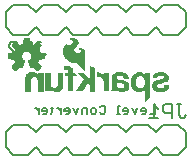
<source format=gbr>
G04 EAGLE Gerber RS-274X export*
G75*
%MOMM*%
%FSLAX34Y34*%
%LPD*%
%INSilkscreen Bottom*%
%IPPOS*%
%AMOC8*
5,1,8,0,0,1.08239X$1,22.5*%
G01*
%ADD10C,0.127000*%
%ADD11C,0.203200*%
%ADD12C,0.025400*%

G36*
X27100Y71266D02*
X27100Y71266D01*
X27208Y71276D01*
X27221Y71282D01*
X27235Y71284D01*
X27332Y71332D01*
X27431Y71377D01*
X27444Y71388D01*
X27453Y71392D01*
X27468Y71408D01*
X27545Y71470D01*
X30130Y74055D01*
X30193Y74144D01*
X30259Y74229D01*
X30264Y74242D01*
X30272Y74254D01*
X30303Y74357D01*
X30339Y74460D01*
X30339Y74474D01*
X30343Y74487D01*
X30339Y74595D01*
X30340Y74704D01*
X30335Y74717D01*
X30335Y74731D01*
X30297Y74833D01*
X30262Y74935D01*
X30253Y74950D01*
X30249Y74959D01*
X30235Y74976D01*
X30181Y75058D01*
X27417Y78448D01*
X27974Y79530D01*
X27980Y79550D01*
X28022Y79645D01*
X28393Y80804D01*
X32744Y81247D01*
X32848Y81275D01*
X32954Y81300D01*
X32966Y81307D01*
X32979Y81310D01*
X33069Y81371D01*
X33162Y81428D01*
X33170Y81439D01*
X33182Y81447D01*
X33248Y81533D01*
X33317Y81617D01*
X33321Y81630D01*
X33330Y81641D01*
X33364Y81744D01*
X33403Y81845D01*
X33404Y81863D01*
X33408Y81872D01*
X33408Y81894D01*
X33417Y81992D01*
X33417Y85648D01*
X33400Y85755D01*
X33386Y85863D01*
X33380Y85875D01*
X33378Y85889D01*
X33326Y85985D01*
X33279Y86082D01*
X33269Y86092D01*
X33263Y86104D01*
X33183Y86178D01*
X33107Y86255D01*
X33095Y86261D01*
X33085Y86271D01*
X32986Y86316D01*
X32889Y86364D01*
X32871Y86368D01*
X32862Y86372D01*
X32841Y86374D01*
X32744Y86393D01*
X28393Y86836D01*
X28022Y87995D01*
X28013Y88013D01*
X28011Y88020D01*
X28007Y88027D01*
X27974Y88110D01*
X27417Y89192D01*
X30181Y92582D01*
X30235Y92676D01*
X30292Y92768D01*
X30295Y92781D01*
X30302Y92793D01*
X30323Y92900D01*
X30348Y93005D01*
X30346Y93019D01*
X30349Y93033D01*
X30334Y93140D01*
X30324Y93248D01*
X30318Y93261D01*
X30316Y93275D01*
X30268Y93372D01*
X30223Y93471D01*
X30212Y93484D01*
X30208Y93493D01*
X30192Y93508D01*
X30130Y93585D01*
X27545Y96170D01*
X27456Y96233D01*
X27371Y96299D01*
X27358Y96304D01*
X27346Y96312D01*
X27243Y96343D01*
X27140Y96379D01*
X27126Y96379D01*
X27113Y96383D01*
X27005Y96379D01*
X26896Y96380D01*
X26883Y96375D01*
X26869Y96375D01*
X26767Y96337D01*
X26665Y96302D01*
X26650Y96293D01*
X26641Y96289D01*
X26624Y96275D01*
X26542Y96221D01*
X23152Y93457D01*
X22070Y94014D01*
X22050Y94020D01*
X21955Y94062D01*
X20796Y94433D01*
X20353Y98784D01*
X20325Y98888D01*
X20300Y98994D01*
X20293Y99006D01*
X20290Y99019D01*
X20229Y99109D01*
X20172Y99202D01*
X20161Y99210D01*
X20153Y99222D01*
X20067Y99288D01*
X19983Y99357D01*
X19970Y99361D01*
X19959Y99370D01*
X19856Y99404D01*
X19755Y99443D01*
X19737Y99444D01*
X19728Y99448D01*
X19706Y99448D01*
X19608Y99457D01*
X15952Y99457D01*
X15845Y99440D01*
X15737Y99426D01*
X15725Y99420D01*
X15711Y99418D01*
X15615Y99366D01*
X15518Y99319D01*
X15508Y99309D01*
X15496Y99303D01*
X15422Y99223D01*
X15345Y99147D01*
X15339Y99135D01*
X15329Y99125D01*
X15284Y99026D01*
X15236Y98929D01*
X15232Y98911D01*
X15228Y98902D01*
X15226Y98881D01*
X15207Y98784D01*
X14764Y94433D01*
X13605Y94062D01*
X13587Y94052D01*
X13490Y94014D01*
X12408Y93457D01*
X9018Y96221D01*
X8924Y96275D01*
X8832Y96332D01*
X8819Y96335D01*
X8807Y96342D01*
X8700Y96363D01*
X8595Y96388D01*
X8581Y96386D01*
X8567Y96389D01*
X8460Y96374D01*
X8352Y96364D01*
X8339Y96358D01*
X8326Y96356D01*
X8228Y96308D01*
X8129Y96263D01*
X8116Y96252D01*
X8107Y96248D01*
X8092Y96232D01*
X8015Y96170D01*
X5430Y93585D01*
X5367Y93496D01*
X5301Y93411D01*
X5296Y93398D01*
X5288Y93386D01*
X5257Y93283D01*
X5221Y93180D01*
X5221Y93166D01*
X5217Y93153D01*
X5221Y93045D01*
X5220Y92936D01*
X5225Y92923D01*
X5225Y92909D01*
X5263Y92807D01*
X5298Y92705D01*
X5307Y92690D01*
X5311Y92681D01*
X5325Y92664D01*
X5379Y92582D01*
X8143Y89192D01*
X7586Y88110D01*
X7580Y88090D01*
X7538Y87995D01*
X7167Y86836D01*
X2816Y86393D01*
X2712Y86365D01*
X2606Y86340D01*
X2594Y86333D01*
X2581Y86330D01*
X2491Y86269D01*
X2398Y86212D01*
X2390Y86201D01*
X2378Y86193D01*
X2312Y86107D01*
X2244Y86023D01*
X2239Y86010D01*
X2230Y85999D01*
X2196Y85896D01*
X2157Y85795D01*
X2156Y85777D01*
X2152Y85768D01*
X2153Y85746D01*
X2143Y85648D01*
X2143Y81992D01*
X2160Y81885D01*
X2174Y81777D01*
X2180Y81765D01*
X2182Y81751D01*
X2234Y81655D01*
X2281Y81558D01*
X2291Y81548D01*
X2297Y81536D01*
X2377Y81462D01*
X2453Y81385D01*
X2465Y81379D01*
X2476Y81369D01*
X2574Y81324D01*
X2671Y81276D01*
X2689Y81272D01*
X2698Y81268D01*
X2719Y81266D01*
X2816Y81247D01*
X7167Y80804D01*
X7538Y79645D01*
X7548Y79627D01*
X7586Y79530D01*
X8143Y78448D01*
X5379Y75058D01*
X5325Y74964D01*
X5268Y74872D01*
X5265Y74859D01*
X5258Y74847D01*
X5237Y74740D01*
X5212Y74635D01*
X5214Y74621D01*
X5211Y74607D01*
X5226Y74500D01*
X5236Y74392D01*
X5242Y74379D01*
X5244Y74366D01*
X5292Y74268D01*
X5337Y74169D01*
X5348Y74156D01*
X5352Y74147D01*
X5368Y74132D01*
X5430Y74055D01*
X8015Y71470D01*
X8104Y71407D01*
X8189Y71341D01*
X8202Y71336D01*
X8214Y71328D01*
X8317Y71297D01*
X8420Y71261D01*
X8434Y71261D01*
X8447Y71257D01*
X8555Y71261D01*
X8664Y71260D01*
X8677Y71265D01*
X8691Y71265D01*
X8793Y71303D01*
X8895Y71338D01*
X8910Y71347D01*
X8919Y71351D01*
X8936Y71365D01*
X9018Y71419D01*
X12408Y74183D01*
X13490Y73626D01*
X13543Y73609D01*
X13592Y73583D01*
X13658Y73572D01*
X13722Y73551D01*
X13778Y73552D01*
X13832Y73543D01*
X13899Y73554D01*
X13966Y73555D01*
X14018Y73573D01*
X14073Y73582D01*
X14133Y73614D01*
X14196Y73637D01*
X14239Y73671D01*
X14289Y73697D01*
X14335Y73746D01*
X14387Y73788D01*
X14418Y73835D01*
X14456Y73875D01*
X14512Y73980D01*
X14520Y73993D01*
X14521Y73998D01*
X14525Y74005D01*
X16678Y79202D01*
X16698Y79285D01*
X16703Y79298D01*
X16705Y79314D01*
X16730Y79399D01*
X16729Y79420D01*
X16734Y79440D01*
X16726Y79522D01*
X16727Y79541D01*
X16723Y79561D01*
X16719Y79642D01*
X16712Y79662D01*
X16710Y79683D01*
X16678Y79752D01*
X16672Y79779D01*
X16657Y79803D01*
X16631Y79870D01*
X16618Y79886D01*
X16609Y79905D01*
X16564Y79954D01*
X16544Y79986D01*
X16513Y80011D01*
X16475Y80057D01*
X16452Y80073D01*
X16442Y80083D01*
X16421Y80095D01*
X16356Y80140D01*
X16355Y80141D01*
X16354Y80142D01*
X15455Y80648D01*
X14768Y81292D01*
X14253Y82080D01*
X13941Y82968D01*
X13849Y83905D01*
X13982Y84837D01*
X14333Y85711D01*
X14882Y86476D01*
X15596Y87089D01*
X16436Y87514D01*
X17353Y87728D01*
X18294Y87718D01*
X19206Y87484D01*
X20036Y87041D01*
X20737Y86412D01*
X21269Y85635D01*
X21600Y84754D01*
X21713Y83819D01*
X21605Y82902D01*
X21285Y82034D01*
X20771Y81265D01*
X20092Y80638D01*
X19208Y80143D01*
X19166Y80110D01*
X19124Y80087D01*
X19093Y80054D01*
X19045Y80019D01*
X19033Y80003D01*
X19017Y79990D01*
X18982Y79935D01*
X18957Y79909D01*
X18944Y79879D01*
X18902Y79821D01*
X18896Y79802D01*
X18886Y79785D01*
X18867Y79710D01*
X18857Y79687D01*
X18854Y79663D01*
X18831Y79588D01*
X18832Y79568D01*
X18827Y79548D01*
X18834Y79462D01*
X18833Y79444D01*
X18836Y79428D01*
X18839Y79344D01*
X18847Y79319D01*
X18848Y79305D01*
X18858Y79283D01*
X18882Y79202D01*
X19811Y76959D01*
X19811Y76958D01*
X20742Y74711D01*
X20743Y74711D01*
X21035Y74005D01*
X21064Y73958D01*
X21085Y73906D01*
X21128Y73855D01*
X21164Y73798D01*
X21207Y73763D01*
X21243Y73720D01*
X21300Y73686D01*
X21352Y73643D01*
X21404Y73624D01*
X21452Y73595D01*
X21518Y73581D01*
X21581Y73557D01*
X21636Y73555D01*
X21690Y73544D01*
X21757Y73551D01*
X21824Y73549D01*
X21878Y73565D01*
X21933Y73572D01*
X22044Y73616D01*
X22058Y73620D01*
X22062Y73623D01*
X22070Y73626D01*
X23152Y74183D01*
X26542Y71419D01*
X26636Y71365D01*
X26728Y71308D01*
X26741Y71305D01*
X26753Y71298D01*
X26860Y71277D01*
X26965Y71252D01*
X26979Y71254D01*
X26993Y71251D01*
X27100Y71266D01*
G37*
G36*
X67354Y71038D02*
X67354Y71038D01*
X67396Y71053D01*
X67398Y71058D01*
X67402Y71060D01*
X67431Y71133D01*
X67435Y71144D01*
X67435Y71145D01*
X67435Y86309D01*
X67433Y86314D01*
X67435Y86320D01*
X67365Y87151D01*
X67359Y87162D01*
X67360Y87177D01*
X67120Y87976D01*
X67112Y87986D01*
X67110Y88000D01*
X66709Y88732D01*
X66699Y88740D01*
X66694Y88753D01*
X66224Y89303D01*
X66213Y89308D01*
X66206Y89320D01*
X65636Y89765D01*
X65624Y89768D01*
X65614Y89778D01*
X64966Y90099D01*
X64954Y90100D01*
X64942Y90108D01*
X64243Y90292D01*
X64232Y90291D01*
X64221Y90296D01*
X63281Y90369D01*
X63272Y90366D01*
X63261Y90369D01*
X62321Y90296D01*
X62317Y90294D01*
X62311Y90295D01*
X61828Y90219D01*
X61789Y90194D01*
X61749Y90173D01*
X61748Y90169D01*
X61745Y90167D01*
X61735Y90122D01*
X61723Y90078D01*
X61725Y90074D01*
X61724Y90070D01*
X61749Y90032D01*
X61773Y89993D01*
X61777Y89992D01*
X61779Y89989D01*
X61820Y89980D01*
X61860Y89968D01*
X62018Y89984D01*
X62156Y89956D01*
X62289Y89885D01*
X63113Y89286D01*
X63231Y89172D01*
X63303Y89034D01*
X63396Y88619D01*
X63396Y88191D01*
X63303Y87775D01*
X63097Y87371D01*
X62784Y87043D01*
X62178Y86678D01*
X61500Y86471D01*
X60789Y86436D01*
X60179Y86533D01*
X59593Y86731D01*
X59050Y87024D01*
X58625Y87389D01*
X58310Y87849D01*
X58124Y88374D01*
X58081Y88930D01*
X58183Y89478D01*
X58423Y89981D01*
X58793Y90416D01*
X58991Y90626D01*
X59586Y91257D01*
X60181Y91888D01*
X60246Y91957D01*
X60249Y91967D01*
X60258Y91973D01*
X61445Y93731D01*
X61447Y93744D01*
X61457Y93754D01*
X61737Y94442D01*
X61736Y94457D01*
X61745Y94472D01*
X61844Y95207D01*
X61840Y95222D01*
X61845Y95239D01*
X61758Y95976D01*
X61750Y95989D01*
X61750Y96007D01*
X61483Y96699D01*
X61472Y96710D01*
X61468Y96727D01*
X61037Y97330D01*
X61027Y97337D01*
X61021Y97349D01*
X60325Y98007D01*
X60317Y98010D01*
X60312Y98018D01*
X59535Y98578D01*
X59525Y98581D01*
X59517Y98589D01*
X58737Y98977D01*
X58725Y98978D01*
X58714Y98986D01*
X57874Y99217D01*
X57862Y99216D01*
X57850Y99222D01*
X56982Y99288D01*
X56972Y99284D01*
X56960Y99288D01*
X56060Y99202D01*
X56051Y99198D01*
X56041Y99199D01*
X55163Y98979D01*
X55155Y98973D01*
X55143Y98972D01*
X54915Y98871D01*
X54559Y98719D01*
X54558Y98719D01*
X54054Y98498D01*
X54044Y98487D01*
X54027Y98482D01*
X53592Y98144D01*
X53589Y98137D01*
X53581Y98133D01*
X53556Y98108D01*
X53553Y98107D01*
X53518Y98015D01*
X53559Y97926D01*
X53644Y97893D01*
X54247Y97893D01*
X54758Y97836D01*
X55248Y97697D01*
X55729Y97442D01*
X56124Y97072D01*
X56410Y96612D01*
X56567Y96093D01*
X56579Y95790D01*
X56520Y95490D01*
X56314Y94996D01*
X56031Y94538D01*
X55680Y94128D01*
X55268Y93774D01*
X54366Y93123D01*
X53878Y92874D01*
X53349Y92776D01*
X52810Y92834D01*
X52636Y92899D01*
X52275Y93147D01*
X52001Y93487D01*
X51957Y93590D01*
X51941Y93710D01*
X51941Y94590D01*
X51924Y94631D01*
X51910Y94673D01*
X51905Y94676D01*
X51903Y94681D01*
X51862Y94697D01*
X51822Y94716D01*
X51816Y94714D01*
X51811Y94716D01*
X51784Y94704D01*
X51735Y94688D01*
X50609Y93767D01*
X50603Y93755D01*
X50591Y93748D01*
X49684Y92611D01*
X49681Y92600D01*
X49672Y92592D01*
X49170Y91658D01*
X49169Y91648D01*
X49163Y91640D01*
X48805Y90643D01*
X48805Y90633D01*
X48800Y90624D01*
X48593Y89585D01*
X48595Y89575D01*
X48594Y89573D01*
X48595Y89573D01*
X48591Y89564D01*
X48531Y87636D01*
X48535Y87625D01*
X48532Y87613D01*
X48820Y85706D01*
X48826Y85696D01*
X48826Y85684D01*
X49454Y83860D01*
X49461Y83851D01*
X49463Y83839D01*
X50410Y82158D01*
X50418Y82152D01*
X50421Y82141D01*
X51306Y81034D01*
X51313Y81031D01*
X51315Y81025D01*
X51316Y81025D01*
X51318Y81021D01*
X52349Y80049D01*
X52357Y80046D01*
X52363Y80038D01*
X53520Y79221D01*
X53530Y79219D01*
X53538Y79211D01*
X54768Y78611D01*
X54779Y78610D01*
X54789Y78602D01*
X56108Y78234D01*
X56119Y78236D01*
X56130Y78230D01*
X57494Y78106D01*
X57499Y78108D01*
X57505Y78106D01*
X59780Y78106D01*
X60148Y78041D01*
X60499Y77914D01*
X61489Y77325D01*
X62343Y76543D01*
X67215Y71061D01*
X67219Y71059D01*
X67221Y71054D01*
X67263Y71038D01*
X67304Y71019D01*
X67308Y71021D01*
X67313Y71019D01*
X67354Y71038D01*
G37*
G36*
X117731Y44503D02*
X117731Y44503D01*
X117733Y44502D01*
X117754Y44511D01*
X117814Y44534D01*
X121954Y48268D01*
X121956Y48274D01*
X121962Y48277D01*
X121986Y48337D01*
X121995Y48358D01*
X121994Y48360D01*
X121995Y48362D01*
X121995Y68936D01*
X121980Y68973D01*
X121970Y69012D01*
X121961Y69018D01*
X121957Y69027D01*
X121929Y69038D01*
X121893Y69060D01*
X118007Y69796D01*
X117992Y69793D01*
X117977Y69798D01*
X117945Y69783D01*
X117910Y69775D01*
X117902Y69762D01*
X117889Y69756D01*
X117874Y69717D01*
X117858Y69692D01*
X117861Y69681D01*
X117857Y69670D01*
X117881Y67753D01*
X117747Y67902D01*
X117746Y67903D01*
X117746Y67904D01*
X116857Y68869D01*
X116851Y68871D01*
X116847Y68878D01*
X116504Y69179D01*
X116493Y69183D01*
X116485Y69193D01*
X116091Y69426D01*
X116082Y69427D01*
X116074Y69434D01*
X114753Y69967D01*
X114742Y69967D01*
X114732Y69974D01*
X114250Y70076D01*
X114238Y70073D01*
X114226Y70078D01*
X112245Y70103D01*
X112234Y70099D01*
X112222Y70101D01*
X111137Y69918D01*
X111127Y69911D01*
X111113Y69911D01*
X110088Y69511D01*
X110081Y69503D01*
X110069Y69501D01*
X109167Y68960D01*
X109162Y68954D01*
X109153Y68951D01*
X108329Y68298D01*
X108323Y68288D01*
X108313Y68283D01*
X107521Y67393D01*
X107517Y67380D01*
X107505Y67371D01*
X106926Y66330D01*
X106924Y66318D01*
X106916Y66307D01*
X106242Y64194D01*
X106243Y64183D01*
X106237Y64172D01*
X105954Y61972D01*
X105957Y61961D01*
X105953Y61949D01*
X106071Y59734D01*
X106076Y59724D01*
X106074Y59712D01*
X106397Y58336D01*
X106404Y58327D01*
X106404Y58315D01*
X106960Y57015D01*
X106968Y57007D01*
X106970Y56996D01*
X107742Y55811D01*
X107751Y55805D01*
X107756Y55794D01*
X108413Y55087D01*
X108423Y55083D01*
X108429Y55073D01*
X109197Y54488D01*
X109208Y54486D01*
X109215Y54477D01*
X110071Y54031D01*
X110082Y54030D01*
X110091Y54022D01*
X111010Y53728D01*
X111020Y53729D01*
X111030Y53723D01*
X112242Y53534D01*
X112251Y53536D01*
X112260Y53533D01*
X113487Y53516D01*
X113495Y53519D01*
X113505Y53517D01*
X114722Y53672D01*
X114732Y53677D01*
X114744Y53677D01*
X115588Y53941D01*
X115598Y53949D01*
X115613Y53952D01*
X116382Y54389D01*
X116390Y54399D01*
X116404Y54404D01*
X117064Y54994D01*
X117070Y55006D01*
X117082Y55014D01*
X117602Y55730D01*
X117603Y55732D01*
X117603Y44628D01*
X117621Y44584D01*
X117638Y44541D01*
X117640Y44540D01*
X117641Y44537D01*
X117685Y44520D01*
X117729Y44502D01*
X117731Y44503D01*
G37*
G36*
X100181Y53519D02*
X100181Y53519D01*
X100192Y53524D01*
X100206Y53522D01*
X101578Y53830D01*
X101589Y53838D01*
X101604Y53839D01*
X102873Y54445D01*
X102882Y54455D01*
X102896Y54459D01*
X103344Y54801D01*
X103350Y54811D01*
X103362Y54817D01*
X103739Y55237D01*
X103743Y55248D01*
X103753Y55256D01*
X104045Y55739D01*
X104047Y55750D01*
X104055Y55760D01*
X104428Y56753D01*
X104428Y56764D01*
X104434Y56775D01*
X104623Y57819D01*
X104620Y57830D01*
X104625Y57842D01*
X104622Y58903D01*
X104619Y58910D01*
X104621Y58913D01*
X104618Y58920D01*
X104619Y58930D01*
X104413Y59871D01*
X104404Y59883D01*
X104403Y59900D01*
X103974Y60762D01*
X103964Y60771D01*
X103959Y60786D01*
X103461Y61395D01*
X103456Y61398D01*
X103454Y61402D01*
X103448Y61404D01*
X103443Y61413D01*
X102833Y61911D01*
X102821Y61914D01*
X102812Y61925D01*
X102116Y62291D01*
X102105Y62292D01*
X102096Y62299D01*
X100611Y62783D01*
X100603Y62782D01*
X100594Y62787D01*
X99057Y63065D01*
X99053Y63064D01*
X99048Y63067D01*
X96842Y63295D01*
X95536Y63521D01*
X95067Y63686D01*
X94639Y63932D01*
X94355Y64193D01*
X94295Y64280D01*
X94253Y64377D01*
X94142Y64898D01*
X94142Y65429D01*
X94253Y65950D01*
X94392Y66264D01*
X94591Y66543D01*
X94844Y66777D01*
X95158Y66970D01*
X95504Y67098D01*
X95873Y67159D01*
X97228Y67209D01*
X97815Y67155D01*
X98376Y66990D01*
X98840Y66735D01*
X99230Y66379D01*
X99525Y65941D01*
X99709Y65446D01*
X99772Y64915D01*
X99772Y64872D01*
X99773Y64870D01*
X99772Y64868D01*
X99792Y64825D01*
X99810Y64781D01*
X99812Y64781D01*
X99813Y64779D01*
X99898Y64746D01*
X104039Y64746D01*
X104040Y64744D01*
X104082Y64734D01*
X104124Y64720D01*
X104130Y64723D01*
X104136Y64722D01*
X104161Y64738D01*
X104206Y64759D01*
X104231Y64784D01*
X104231Y64785D01*
X104247Y64827D01*
X104266Y64876D01*
X104266Y64877D01*
X104246Y64919D01*
X104227Y64962D01*
X104105Y65853D01*
X104099Y65864D01*
X104099Y65879D01*
X103765Y66820D01*
X103756Y66830D01*
X103753Y66844D01*
X103234Y67697D01*
X103223Y67705D01*
X103218Y67718D01*
X102535Y68448D01*
X102523Y68453D01*
X102515Y68465D01*
X101698Y69039D01*
X101686Y69042D01*
X101677Y69051D01*
X100519Y69580D01*
X100509Y69580D01*
X100500Y69587D01*
X99271Y69921D01*
X99262Y69920D01*
X99253Y69924D01*
X97513Y70138D01*
X97505Y70135D01*
X97497Y70138D01*
X95743Y70130D01*
X95736Y70127D01*
X95727Y70129D01*
X93988Y69899D01*
X93980Y69894D01*
X93969Y69895D01*
X92555Y69470D01*
X92546Y69462D01*
X92532Y69461D01*
X91229Y68767D01*
X91220Y68757D01*
X91206Y68752D01*
X90644Y68269D01*
X90637Y68255D01*
X90623Y68246D01*
X90196Y67641D01*
X90193Y67626D01*
X90181Y67614D01*
X89914Y66923D01*
X89915Y66908D01*
X89907Y66893D01*
X89816Y66158D01*
X89818Y66150D01*
X89815Y66142D01*
X89815Y61316D01*
X89816Y61314D01*
X89815Y61312D01*
X89822Y61297D01*
X89790Y61213D01*
X89815Y56875D01*
X89713Y55538D01*
X89364Y54243D01*
X89290Y54044D01*
X89291Y54019D01*
X89282Y53996D01*
X89293Y53972D01*
X89294Y53946D01*
X89313Y53929D01*
X89323Y53907D01*
X89350Y53896D01*
X89368Y53880D01*
X89387Y53882D01*
X89408Y53874D01*
X93442Y53874D01*
X93478Y53871D01*
X93506Y53880D01*
X93546Y53884D01*
X93583Y53903D01*
X93602Y53925D01*
X93634Y53949D01*
X93656Y53985D01*
X93658Y54002D01*
X93670Y54018D01*
X93746Y54298D01*
X93745Y54301D01*
X93747Y54304D01*
X93974Y55333D01*
X93984Y55356D01*
X93990Y55362D01*
X93998Y55364D01*
X94007Y55363D01*
X94031Y55347D01*
X94858Y54644D01*
X94869Y54640D01*
X94878Y54630D01*
X95829Y54090D01*
X95840Y54089D01*
X95850Y54081D01*
X96885Y53728D01*
X96897Y53729D01*
X96907Y53723D01*
X98525Y53482D01*
X98535Y53485D01*
X98546Y53481D01*
X100181Y53519D01*
G37*
G36*
X75314Y53748D02*
X75314Y53748D01*
X75317Y53747D01*
X75400Y53784D01*
X75451Y53835D01*
X75453Y53838D01*
X75455Y53839D01*
X75488Y53924D01*
X75488Y73254D01*
X75480Y73273D01*
X75482Y73293D01*
X75461Y73320D01*
X75450Y73345D01*
X75436Y73350D01*
X75425Y73364D01*
X71285Y75726D01*
X71250Y75730D01*
X71218Y75742D01*
X71203Y75735D01*
X71187Y75737D01*
X71160Y75715D01*
X71129Y75701D01*
X71122Y75685D01*
X71110Y75675D01*
X71108Y75648D01*
X71096Y75616D01*
X71096Y64186D01*
X65621Y69660D01*
X65618Y69662D01*
X65617Y69664D01*
X65532Y69697D01*
X60858Y69697D01*
X60856Y69697D01*
X60855Y69697D01*
X60811Y69677D01*
X60767Y69659D01*
X60767Y69657D01*
X60765Y69656D01*
X60749Y69612D01*
X60732Y69567D01*
X60733Y69565D01*
X60732Y69564D01*
X60770Y69481D01*
X66461Y63915D01*
X59864Y54020D01*
X59857Y53982D01*
X59843Y53945D01*
X59848Y53935D01*
X59846Y53923D01*
X59868Y53892D01*
X59885Y53856D01*
X59896Y53852D01*
X59902Y53843D01*
X59932Y53838D01*
X59970Y53824D01*
X65050Y53849D01*
X65067Y53856D01*
X65085Y53854D01*
X65114Y53876D01*
X65140Y53888D01*
X65145Y53900D01*
X65157Y53910D01*
X69390Y60888D01*
X71045Y59281D01*
X71045Y53873D01*
X71046Y53871D01*
X71045Y53869D01*
X71065Y53826D01*
X71083Y53782D01*
X71085Y53782D01*
X71086Y53780D01*
X71171Y53747D01*
X75311Y53747D01*
X75314Y53748D01*
G37*
G36*
X43746Y53447D02*
X43746Y53447D01*
X43757Y53444D01*
X44790Y53591D01*
X44801Y53597D01*
X44814Y53597D01*
X45800Y53940D01*
X45809Y53948D01*
X45822Y53950D01*
X46724Y54476D01*
X46731Y54486D01*
X46744Y54491D01*
X46998Y54719D01*
X47004Y54730D01*
X47015Y54738D01*
X47676Y55623D01*
X47678Y55634D01*
X47688Y55643D01*
X48176Y56633D01*
X48176Y56645D01*
X48184Y56655D01*
X48484Y57718D01*
X48482Y57729D01*
X48488Y57741D01*
X48589Y58840D01*
X48587Y58846D01*
X48589Y58852D01*
X48589Y69647D01*
X48588Y69649D01*
X48589Y69651D01*
X48569Y69694D01*
X48551Y69738D01*
X48549Y69738D01*
X48548Y69740D01*
X48463Y69773D01*
X44323Y69773D01*
X44321Y69772D01*
X44319Y69773D01*
X44276Y69753D01*
X44232Y69735D01*
X44232Y69733D01*
X44230Y69732D01*
X44197Y69647D01*
X44197Y59650D01*
X44048Y58820D01*
X43705Y58052D01*
X43433Y57690D01*
X43092Y57389D01*
X42697Y57164D01*
X42008Y56941D01*
X41289Y56861D01*
X40568Y56928D01*
X39877Y57140D01*
X39367Y57428D01*
X38936Y57825D01*
X38609Y58310D01*
X38400Y58860D01*
X38175Y60064D01*
X38099Y61294D01*
X38099Y69596D01*
X38098Y69598D01*
X38099Y69600D01*
X38079Y69643D01*
X38061Y69687D01*
X38059Y69687D01*
X38058Y69689D01*
X37973Y69722D01*
X33757Y69722D01*
X33755Y69721D01*
X33753Y69722D01*
X33710Y69702D01*
X33666Y69684D01*
X33666Y69682D01*
X33664Y69681D01*
X33631Y69596D01*
X33631Y53975D01*
X33632Y53973D01*
X33631Y53971D01*
X33651Y53928D01*
X33669Y53884D01*
X33671Y53884D01*
X33672Y53882D01*
X33757Y53849D01*
X37770Y53849D01*
X37772Y53850D01*
X37774Y53849D01*
X37817Y53869D01*
X37861Y53887D01*
X37861Y53889D01*
X37863Y53890D01*
X37896Y53975D01*
X37896Y56032D01*
X38403Y55391D01*
X38411Y55387D01*
X38415Y55378D01*
X39242Y54593D01*
X39251Y54590D01*
X39256Y54582D01*
X40186Y53923D01*
X40195Y53921D01*
X40203Y53913D01*
X40448Y53791D01*
X40459Y53790D01*
X40468Y53783D01*
X40730Y53702D01*
X40739Y53703D01*
X40748Y53698D01*
X42226Y53475D01*
X42234Y53477D01*
X42242Y53473D01*
X43736Y53443D01*
X43746Y53447D01*
G37*
G36*
X31269Y53774D02*
X31269Y53774D01*
X31271Y53773D01*
X31314Y53793D01*
X31358Y53811D01*
X31358Y53813D01*
X31360Y53814D01*
X31393Y53899D01*
X31393Y69621D01*
X31392Y69623D01*
X31393Y69625D01*
X31373Y69668D01*
X31355Y69712D01*
X31353Y69712D01*
X31352Y69714D01*
X31267Y69747D01*
X27229Y69747D01*
X27227Y69746D01*
X27225Y69747D01*
X27182Y69727D01*
X27138Y69709D01*
X27138Y69707D01*
X27136Y69706D01*
X27103Y69621D01*
X27103Y67553D01*
X27061Y67582D01*
X26947Y67718D01*
X26670Y68096D01*
X26666Y68098D01*
X26664Y68103D01*
X26262Y68576D01*
X26255Y68580D01*
X26251Y68588D01*
X26056Y68764D01*
X25916Y68890D01*
X25790Y69004D01*
X25780Y69007D01*
X25772Y69017D01*
X24874Y69584D01*
X24861Y69587D01*
X24850Y69596D01*
X23854Y69965D01*
X23841Y69965D01*
X23828Y69972D01*
X22776Y70127D01*
X22766Y70124D01*
X22755Y70128D01*
X20749Y70078D01*
X20739Y70074D01*
X20726Y70076D01*
X19749Y69870D01*
X19737Y69862D01*
X19721Y69861D01*
X18816Y69439D01*
X18807Y69428D01*
X18792Y69424D01*
X18007Y68806D01*
X18001Y68795D01*
X17989Y68789D01*
X17500Y68214D01*
X17497Y68203D01*
X17487Y68196D01*
X17103Y67547D01*
X17101Y67536D01*
X17093Y67527D01*
X16824Y66822D01*
X16824Y66813D01*
X16819Y66804D01*
X16579Y65697D01*
X16581Y65688D01*
X16577Y65680D01*
X16486Y64551D01*
X16488Y64546D01*
X16486Y64541D01*
X16486Y54000D01*
X16487Y53998D01*
X16486Y53996D01*
X16506Y53953D01*
X16524Y53909D01*
X16526Y53909D01*
X16527Y53907D01*
X16612Y53874D01*
X20701Y53874D01*
X20703Y53875D01*
X20705Y53874D01*
X20748Y53894D01*
X20792Y53912D01*
X20792Y53914D01*
X20794Y53915D01*
X20827Y54000D01*
X20827Y63646D01*
X20892Y64364D01*
X21083Y65052D01*
X21393Y65694D01*
X21689Y66081D01*
X22063Y66390D01*
X22498Y66607D01*
X22798Y66684D01*
X23114Y66701D01*
X24219Y66651D01*
X24775Y66564D01*
X25291Y66360D01*
X25748Y66046D01*
X26265Y65477D01*
X26628Y64798D01*
X26845Y64048D01*
X26925Y63265D01*
X26925Y53899D01*
X26926Y53897D01*
X26925Y53895D01*
X26945Y53852D01*
X26963Y53808D01*
X26965Y53808D01*
X26966Y53806D01*
X27051Y53773D01*
X31267Y53773D01*
X31269Y53774D01*
G37*
G36*
X130964Y53495D02*
X130964Y53495D01*
X130971Y53493D01*
X133537Y53671D01*
X133546Y53676D01*
X133556Y53674D01*
X134477Y53886D01*
X134488Y53894D01*
X134502Y53895D01*
X135359Y54292D01*
X135365Y54299D01*
X135374Y54301D01*
X136568Y55063D01*
X136573Y55069D01*
X136581Y55072D01*
X137096Y55503D01*
X137101Y55514D01*
X137113Y55520D01*
X137533Y56044D01*
X137537Y56055D01*
X137547Y56064D01*
X137856Y56660D01*
X137857Y56669D01*
X137864Y56677D01*
X138296Y57947D01*
X138295Y57957D01*
X138300Y57966D01*
X138402Y58550D01*
X138401Y58557D01*
X138404Y58563D01*
X138429Y58919D01*
X138428Y58923D01*
X138429Y58926D01*
X138428Y58928D01*
X138429Y58932D01*
X138417Y58958D01*
X138414Y58988D01*
X138413Y58989D01*
X138413Y58990D01*
X138402Y58999D01*
X138397Y59012D01*
X138391Y59015D01*
X138388Y59021D01*
X138358Y59033D01*
X138338Y59049D01*
X138336Y59049D01*
X138335Y59050D01*
X138320Y59049D01*
X138308Y59054D01*
X138306Y59053D01*
X138303Y59054D01*
X134442Y59054D01*
X134440Y59053D01*
X134438Y59054D01*
X134395Y59034D01*
X134351Y59016D01*
X134351Y59014D01*
X134349Y59013D01*
X134316Y58928D01*
X134316Y58881D01*
X134287Y58384D01*
X134141Y57922D01*
X133885Y57508D01*
X133781Y57403D01*
X133655Y57277D01*
X133443Y57065D01*
X132916Y56728D01*
X132329Y56511D01*
X131767Y56438D01*
X130437Y56438D01*
X129834Y56512D01*
X129267Y56709D01*
X128754Y57021D01*
X128467Y57305D01*
X128258Y57650D01*
X128141Y58035D01*
X128124Y58439D01*
X128209Y58834D01*
X128390Y59196D01*
X128655Y59500D01*
X128991Y59731D01*
X130098Y60201D01*
X131272Y60507D01*
X134903Y61370D01*
X134910Y61375D01*
X134919Y61375D01*
X135727Y61681D01*
X135734Y61687D01*
X135744Y61689D01*
X136495Y62116D01*
X136501Y62123D01*
X136511Y62127D01*
X137188Y62664D01*
X137193Y62674D01*
X137204Y62680D01*
X137541Y63065D01*
X137545Y63078D01*
X137556Y63087D01*
X137805Y63534D01*
X137806Y63547D01*
X137815Y63558D01*
X137967Y64047D01*
X137965Y64059D01*
X137972Y64072D01*
X138077Y65208D01*
X138074Y65221D01*
X138077Y65234D01*
X137948Y66368D01*
X137942Y66379D01*
X137943Y66393D01*
X137585Y67477D01*
X137577Y67486D01*
X137575Y67500D01*
X137276Y68022D01*
X137266Y68029D01*
X137261Y68042D01*
X136867Y68497D01*
X136856Y68502D01*
X136849Y68514D01*
X136373Y68883D01*
X136362Y68886D01*
X136353Y68895D01*
X135072Y69549D01*
X135061Y69550D01*
X135051Y69557D01*
X133673Y69968D01*
X133662Y69967D01*
X133650Y69973D01*
X132221Y70128D01*
X132214Y70126D01*
X132207Y70128D01*
X130404Y70128D01*
X130398Y70126D01*
X130391Y70128D01*
X128998Y69988D01*
X128989Y69983D01*
X128978Y69984D01*
X127627Y69616D01*
X127618Y69609D01*
X127604Y69607D01*
X126507Y69069D01*
X126498Y69059D01*
X126484Y69055D01*
X125525Y68298D01*
X125519Y68288D01*
X125508Y68283D01*
X125160Y67887D01*
X125158Y67882D01*
X125157Y67882D01*
X125156Y67878D01*
X125148Y67872D01*
X124862Y67430D01*
X124860Y67420D01*
X124853Y67413D01*
X124497Y66625D01*
X124497Y66620D01*
X124493Y66616D01*
X124290Y66058D01*
X124292Y66034D01*
X124287Y66022D01*
X124290Y66015D01*
X124285Y65990D01*
X124294Y65976D01*
X124285Y65964D01*
X124287Y65958D01*
X124283Y65951D01*
X124207Y65240D01*
X124209Y65234D01*
X124208Y65230D01*
X124209Y65228D01*
X124207Y65223D01*
X124224Y65186D01*
X124236Y65146D01*
X124244Y65142D01*
X124248Y65134D01*
X124298Y65114D01*
X124324Y65101D01*
X124328Y65103D01*
X124333Y65101D01*
X128219Y65101D01*
X128263Y65119D01*
X128307Y65137D01*
X128308Y65138D01*
X128310Y65139D01*
X128317Y65158D01*
X128345Y65219D01*
X128361Y65479D01*
X128416Y65722D01*
X128566Y66074D01*
X128784Y66387D01*
X129060Y66651D01*
X129482Y66922D01*
X129949Y67111D01*
X130445Y67209D01*
X131293Y67253D01*
X132141Y67209D01*
X132590Y67124D01*
X133014Y66967D01*
X133315Y66772D01*
X133548Y66504D01*
X133703Y66162D01*
X133751Y65790D01*
X133686Y65421D01*
X133502Y65060D01*
X133267Y64817D01*
X133219Y64767D01*
X132544Y64351D01*
X131792Y64079D01*
X129769Y63675D01*
X129768Y63674D01*
X129767Y63674D01*
X128044Y63293D01*
X128037Y63288D01*
X128028Y63288D01*
X126372Y62678D01*
X126366Y62672D01*
X126356Y62671D01*
X125600Y62266D01*
X125594Y62259D01*
X125585Y62256D01*
X124893Y61748D01*
X124888Y61738D01*
X124876Y61733D01*
X124544Y61383D01*
X124539Y61371D01*
X124528Y61362D01*
X124276Y60950D01*
X124274Y60936D01*
X124264Y60924D01*
X123927Y59921D01*
X123928Y59906D01*
X123920Y59892D01*
X123826Y58837D01*
X123829Y58828D01*
X123826Y58817D01*
X123902Y57776D01*
X123906Y57768D01*
X123905Y57758D01*
X124048Y57094D01*
X124054Y57084D01*
X124055Y57071D01*
X124321Y56446D01*
X124329Y56437D01*
X124332Y56425D01*
X124711Y55861D01*
X124721Y55854D01*
X124726Y55843D01*
X125452Y55100D01*
X125462Y55096D01*
X125468Y55085D01*
X126312Y54479D01*
X126322Y54477D01*
X126331Y54468D01*
X127266Y54017D01*
X127277Y54016D01*
X127287Y54009D01*
X128287Y53727D01*
X128295Y53728D01*
X128304Y53723D01*
X129618Y53541D01*
X129625Y53543D01*
X129631Y53540D01*
X130958Y53493D01*
X130964Y53495D01*
G37*
G36*
X57101Y53774D02*
X57101Y53774D01*
X57103Y53773D01*
X57146Y53793D01*
X57190Y53811D01*
X57190Y53813D01*
X57192Y53814D01*
X57225Y53899D01*
X57225Y66779D01*
X61088Y66803D01*
X61089Y66803D01*
X61134Y66823D01*
X61178Y66842D01*
X61179Y66843D01*
X61196Y66888D01*
X61213Y66934D01*
X61213Y66935D01*
X61176Y67018D01*
X58509Y69685D01*
X58506Y69687D01*
X58505Y69689D01*
X58420Y69722D01*
X57174Y69722D01*
X57174Y70053D01*
X57172Y70058D01*
X57174Y70063D01*
X56997Y72197D01*
X56992Y72207D01*
X56992Y72208D01*
X56992Y72209D01*
X56992Y72210D01*
X56993Y72219D01*
X56845Y72786D01*
X56838Y72795D01*
X56837Y72807D01*
X56589Y73338D01*
X56580Y73346D01*
X56577Y73358D01*
X56237Y73835D01*
X56227Y73841D01*
X56221Y73853D01*
X55478Y74563D01*
X55468Y74567D01*
X55466Y74571D01*
X55463Y74572D01*
X55459Y74578D01*
X54591Y75128D01*
X54579Y75130D01*
X54569Y75139D01*
X53611Y75508D01*
X53598Y75508D01*
X53587Y75515D01*
X52574Y75689D01*
X52564Y75687D01*
X52553Y75691D01*
X51003Y75691D01*
X51000Y75690D01*
X50996Y75691D01*
X49679Y75615D01*
X49657Y75615D01*
X49655Y75614D01*
X49653Y75615D01*
X49610Y75595D01*
X49566Y75577D01*
X49566Y75575D01*
X49564Y75574D01*
X49531Y75489D01*
X49531Y72466D01*
X49532Y72464D01*
X49531Y72462D01*
X49551Y72419D01*
X49569Y72375D01*
X49571Y72375D01*
X49572Y72373D01*
X49657Y72340D01*
X49733Y72340D01*
X49738Y72342D01*
X49745Y72340D01*
X50025Y72366D01*
X50940Y72451D01*
X51840Y72368D01*
X52122Y72271D01*
X52362Y72101D01*
X52544Y71869D01*
X52719Y71446D01*
X52782Y70984D01*
X52782Y69722D01*
X49936Y69722D01*
X49934Y69721D01*
X49932Y69722D01*
X49889Y69702D01*
X49845Y69684D01*
X49845Y69682D01*
X49843Y69681D01*
X49810Y69596D01*
X49810Y66929D01*
X49811Y66927D01*
X49810Y66925D01*
X49830Y66882D01*
X49848Y66838D01*
X49850Y66838D01*
X49851Y66836D01*
X49936Y66803D01*
X52808Y66803D01*
X52808Y53899D01*
X52809Y53897D01*
X52808Y53895D01*
X52828Y53852D01*
X52846Y53808D01*
X52848Y53808D01*
X52849Y53806D01*
X52934Y53773D01*
X57099Y53773D01*
X57101Y53774D01*
G37*
G36*
X87226Y53875D02*
X87226Y53875D01*
X87228Y53874D01*
X87271Y53894D01*
X87315Y53912D01*
X87316Y53914D01*
X87318Y53915D01*
X87350Y54000D01*
X87324Y68885D01*
X87308Y68923D01*
X87298Y68962D01*
X87289Y68967D01*
X87286Y68976D01*
X87257Y68987D01*
X87220Y69009D01*
X83359Y69695D01*
X83346Y69692D01*
X83333Y69697D01*
X83299Y69682D01*
X83263Y69673D01*
X83256Y69662D01*
X83244Y69656D01*
X83228Y69615D01*
X83212Y69589D01*
X83214Y69580D01*
X83211Y69571D01*
X83211Y66791D01*
X83164Y66806D01*
X82985Y67074D01*
X82299Y68116D01*
X82294Y68120D01*
X82291Y68127D01*
X81975Y68510D01*
X81962Y68517D01*
X81954Y68530D01*
X81560Y68832D01*
X81555Y68833D01*
X81552Y68837D01*
X80663Y69422D01*
X80660Y69423D01*
X80657Y69426D01*
X80046Y69779D01*
X80034Y69781D01*
X80023Y69790D01*
X79353Y70013D01*
X79341Y70012D01*
X79329Y70018D01*
X78628Y70102D01*
X78618Y70099D01*
X78606Y70103D01*
X77234Y70027D01*
X77191Y70006D01*
X77148Y69986D01*
X77147Y69984D01*
X77146Y69984D01*
X77140Y69966D01*
X77115Y69901D01*
X77115Y66040D01*
X77116Y66038D01*
X77115Y66036D01*
X77135Y65993D01*
X77153Y65949D01*
X77155Y65949D01*
X77156Y65947D01*
X77241Y65914D01*
X77267Y65914D01*
X77276Y65918D01*
X77288Y65915D01*
X77440Y65940D01*
X77442Y65942D01*
X77445Y65941D01*
X78042Y66066D01*
X79567Y66066D01*
X80109Y65974D01*
X80627Y65793D01*
X81106Y65529D01*
X81773Y64969D01*
X82298Y64277D01*
X82659Y63484D01*
X82859Y62665D01*
X82932Y61819D01*
X82932Y54000D01*
X82933Y53998D01*
X82932Y53996D01*
X82952Y53953D01*
X82970Y53909D01*
X82972Y53909D01*
X82973Y53907D01*
X83058Y53874D01*
X87224Y53874D01*
X87226Y53875D01*
G37*
%LPC*%
G36*
X112764Y56941D02*
X112764Y56941D01*
X112025Y57279D01*
X111399Y57795D01*
X110927Y58453D01*
X110638Y59214D01*
X110334Y61161D01*
X110337Y63132D01*
X110528Y64102D01*
X110931Y65001D01*
X111528Y65787D01*
X112287Y66417D01*
X112787Y66677D01*
X113329Y66833D01*
X113896Y66879D01*
X114971Y66828D01*
X115343Y66754D01*
X115681Y66592D01*
X116394Y66036D01*
X116991Y65356D01*
X117404Y64649D01*
X117671Y63875D01*
X117781Y63060D01*
X117755Y60514D01*
X117631Y59745D01*
X117406Y59070D01*
X117407Y59058D01*
X117401Y59046D01*
X117396Y59009D01*
X117404Y58982D01*
X117404Y58971D01*
X117376Y58958D01*
X117332Y58938D01*
X117332Y58937D01*
X117331Y58937D01*
X117298Y58852D01*
X117298Y58814D01*
X117286Y58755D01*
X117244Y58695D01*
X117244Y58694D01*
X117243Y58693D01*
X117192Y58617D01*
X117191Y58611D01*
X117186Y58606D01*
X116886Y58042D01*
X116474Y57573D01*
X115965Y57210D01*
X115288Y56920D01*
X114566Y56768D01*
X113655Y56762D01*
X112764Y56941D01*
G37*
%LPD*%
%LPC*%
G36*
X96069Y56562D02*
X96069Y56562D01*
X95747Y56684D01*
X95456Y56869D01*
X94712Y57588D01*
X94562Y57807D01*
X94455Y58056D01*
X94408Y58221D01*
X94201Y59291D01*
X94131Y60380D01*
X94131Y61214D01*
X94130Y61216D01*
X94131Y61218D01*
X94111Y61261D01*
X94111Y61263D01*
X94131Y61316D01*
X94131Y61608D01*
X94273Y61481D01*
X94288Y61476D01*
X94299Y61463D01*
X94506Y61356D01*
X94518Y61355D01*
X94528Y61347D01*
X95492Y61059D01*
X95500Y61060D01*
X95507Y61056D01*
X96499Y60887D01*
X96503Y60888D01*
X96507Y60885D01*
X97950Y60733D01*
X98500Y60628D01*
X99018Y60431D01*
X99492Y60147D01*
X99760Y59903D01*
X99964Y59605D01*
X100184Y59063D01*
X100291Y58488D01*
X100280Y57903D01*
X100209Y57595D01*
X100074Y57310D01*
X99883Y57060D01*
X99521Y56763D01*
X99100Y56560D01*
X98639Y56463D01*
X97111Y56413D01*
X96069Y56562D01*
G37*
%LPD*%
D10*
X126365Y41789D02*
X126365Y34925D01*
X121789Y34925D01*
X117737Y34925D02*
X115449Y34925D01*
X117737Y34925D02*
X118881Y36069D01*
X118881Y38357D01*
X117737Y39501D01*
X115449Y39501D01*
X114305Y38357D01*
X114305Y37213D01*
X118881Y37213D01*
X111397Y39501D02*
X109109Y34925D01*
X106821Y39501D01*
X102769Y34925D02*
X100481Y34925D01*
X102769Y34925D02*
X103913Y36069D01*
X103913Y38357D01*
X102769Y39501D01*
X100481Y39501D01*
X99337Y38357D01*
X99337Y37213D01*
X103913Y37213D01*
X96428Y41789D02*
X95284Y41789D01*
X95284Y34925D01*
X96428Y34925D02*
X94140Y34925D01*
X80523Y41789D02*
X79379Y40645D01*
X80523Y41789D02*
X82811Y41789D01*
X83955Y40645D01*
X83955Y36069D01*
X82811Y34925D01*
X80523Y34925D01*
X79379Y36069D01*
X75327Y34925D02*
X73039Y34925D01*
X71895Y36069D01*
X71895Y38357D01*
X73039Y39501D01*
X75327Y39501D01*
X76471Y38357D01*
X76471Y36069D01*
X75327Y34925D01*
X68986Y34925D02*
X68986Y39501D01*
X65555Y39501D01*
X64411Y38357D01*
X64411Y34925D01*
X59214Y34925D02*
X61502Y39501D01*
X56926Y39501D02*
X59214Y34925D01*
X52874Y34925D02*
X50586Y34925D01*
X52874Y34925D02*
X54018Y36069D01*
X54018Y38357D01*
X52874Y39501D01*
X50586Y39501D01*
X49442Y38357D01*
X49442Y37213D01*
X54018Y37213D01*
X46534Y34925D02*
X46534Y39501D01*
X46534Y37213D02*
X44246Y39501D01*
X43102Y39501D01*
X39153Y40645D02*
X39153Y36069D01*
X38009Y34925D01*
X38009Y39501D02*
X40297Y39501D01*
X34164Y34925D02*
X31876Y34925D01*
X34164Y34925D02*
X35308Y36069D01*
X35308Y38357D01*
X34164Y39501D01*
X31876Y39501D01*
X30732Y38357D01*
X30732Y37213D01*
X35308Y37213D01*
X27824Y34925D02*
X27824Y39501D01*
X27824Y37213D02*
X25536Y39501D01*
X24392Y39501D01*
D11*
X19050Y25400D02*
X25400Y19050D01*
X19050Y25400D02*
X6350Y25400D01*
X0Y19050D01*
X0Y6350D02*
X6350Y0D01*
X19050Y0D01*
X25400Y6350D01*
X57150Y25400D02*
X69850Y25400D01*
X57150Y25400D02*
X50800Y19050D01*
X50800Y6350D02*
X57150Y0D01*
X50800Y19050D02*
X44450Y25400D01*
X31750Y25400D01*
X25400Y19050D01*
X25400Y6350D02*
X31750Y0D01*
X44450Y0D01*
X50800Y6350D01*
X95250Y25400D02*
X101600Y19050D01*
X95250Y25400D02*
X82550Y25400D01*
X76200Y19050D01*
X76200Y6350D02*
X82550Y0D01*
X95250Y0D01*
X101600Y6350D01*
X76200Y19050D02*
X69850Y25400D01*
X76200Y6350D02*
X69850Y0D01*
X57150Y0D01*
X133350Y25400D02*
X146050Y25400D01*
X133350Y25400D02*
X127000Y19050D01*
X127000Y6350D02*
X133350Y0D01*
X127000Y19050D02*
X120650Y25400D01*
X107950Y25400D01*
X101600Y19050D01*
X101600Y6350D02*
X107950Y0D01*
X120650Y0D01*
X127000Y6350D01*
X152400Y6350D02*
X152400Y19050D01*
X146050Y25400D01*
X152400Y6350D02*
X146050Y0D01*
X133350Y0D01*
X0Y6350D02*
X0Y19050D01*
D10*
X150620Y31623D02*
X152527Y33530D01*
X150620Y31623D02*
X148714Y31623D01*
X146807Y33530D01*
X146807Y43063D01*
X144901Y43063D02*
X148714Y43063D01*
X140833Y43063D02*
X140833Y31623D01*
X140833Y43063D02*
X135113Y43063D01*
X133207Y41156D01*
X133207Y37343D01*
X135113Y35436D01*
X140833Y35436D01*
X129139Y39250D02*
X125326Y43063D01*
X125326Y31623D01*
X129139Y31623D02*
X121513Y31623D01*
D11*
X133350Y101600D02*
X127000Y107950D01*
X133350Y101600D02*
X146050Y101600D01*
X152400Y107950D01*
X152400Y120650D02*
X146050Y127000D01*
X133350Y127000D01*
X127000Y120650D01*
X95250Y101600D02*
X82550Y101600D01*
X95250Y101600D02*
X101600Y107950D01*
X101600Y120650D02*
X95250Y127000D01*
X101600Y107950D02*
X107950Y101600D01*
X120650Y101600D01*
X127000Y107950D01*
X127000Y120650D02*
X120650Y127000D01*
X107950Y127000D01*
X101600Y120650D01*
X57150Y101600D02*
X50800Y107950D01*
X57150Y101600D02*
X69850Y101600D01*
X76200Y107950D01*
X76200Y120650D02*
X69850Y127000D01*
X57150Y127000D01*
X50800Y120650D01*
X76200Y107950D02*
X82550Y101600D01*
X76200Y120650D02*
X82550Y127000D01*
X95250Y127000D01*
X19050Y101600D02*
X6350Y101600D01*
X19050Y101600D02*
X25400Y107950D01*
X25400Y120650D02*
X19050Y127000D01*
X25400Y107950D02*
X31750Y101600D01*
X44450Y101600D01*
X50800Y107950D01*
X50800Y120650D02*
X44450Y127000D01*
X31750Y127000D01*
X25400Y120650D01*
X0Y120650D02*
X0Y107950D01*
X6350Y101600D01*
X0Y120650D02*
X6350Y127000D01*
X19050Y127000D01*
X152400Y120650D02*
X152400Y107950D01*
D10*
X33685Y85854D02*
X31778Y83947D01*
X29872Y83947D01*
X27965Y85854D01*
X27965Y95387D01*
X29872Y95387D02*
X26058Y95387D01*
X21991Y95387D02*
X21991Y83947D01*
X21991Y95387D02*
X16271Y95387D01*
X14365Y93480D01*
X14365Y89667D01*
X16271Y87760D01*
X21991Y87760D01*
X10297Y83947D02*
X2671Y83947D01*
X10297Y83947D02*
X2671Y91574D01*
X2671Y93480D01*
X4577Y95387D01*
X8390Y95387D01*
X10297Y93480D01*
D12*
X31267Y69621D02*
X31267Y53899D01*
X31267Y69621D02*
X27229Y69621D01*
X27229Y67412D01*
X27153Y67412D01*
X27125Y67414D01*
X27097Y67418D01*
X27070Y67427D01*
X27044Y67438D01*
X27019Y67452D01*
X26996Y67469D01*
X26975Y67488D01*
X26931Y67537D01*
X26888Y67588D01*
X26848Y67640D01*
X26568Y68021D01*
X26493Y68119D01*
X26415Y68216D01*
X26334Y68311D01*
X26251Y68403D01*
X26166Y68494D01*
X26078Y68582D01*
X25988Y68667D01*
X25896Y68751D01*
X25802Y68831D01*
X25705Y68910D01*
X25706Y68910D02*
X25595Y68995D01*
X25483Y69076D01*
X25368Y69155D01*
X25251Y69230D01*
X25133Y69302D01*
X25012Y69371D01*
X24890Y69436D01*
X24765Y69499D01*
X24639Y69557D01*
X24512Y69613D01*
X24383Y69664D01*
X24253Y69713D01*
X24121Y69757D01*
X23989Y69798D01*
X23855Y69836D01*
X23720Y69870D01*
X23585Y69900D01*
X23448Y69926D01*
X23311Y69949D01*
X23174Y69968D01*
X23035Y69983D01*
X22897Y69995D01*
X22758Y70002D01*
X22423Y70012D01*
X22089Y70015D01*
X21754Y70010D01*
X21420Y69998D01*
X21086Y69979D01*
X20752Y69952D01*
X20622Y69938D01*
X20492Y69920D01*
X20364Y69898D01*
X20236Y69873D01*
X20109Y69843D01*
X19982Y69810D01*
X19857Y69773D01*
X19733Y69732D01*
X19610Y69688D01*
X19489Y69640D01*
X19369Y69588D01*
X19251Y69533D01*
X19134Y69474D01*
X19020Y69412D01*
X18907Y69347D01*
X18796Y69278D01*
X18687Y69205D01*
X18581Y69130D01*
X18477Y69051D01*
X18375Y68970D01*
X18276Y68885D01*
X18179Y68797D01*
X18085Y68707D01*
X17997Y68617D01*
X17911Y68524D01*
X17828Y68430D01*
X17748Y68333D01*
X17671Y68233D01*
X17596Y68132D01*
X17524Y68028D01*
X17456Y67923D01*
X17390Y67815D01*
X17327Y67706D01*
X17268Y67595D01*
X17211Y67482D01*
X17158Y67368D01*
X17108Y67252D01*
X17062Y67135D01*
X17018Y67017D01*
X16979Y66897D01*
X16942Y66777D01*
X16887Y66578D01*
X16838Y66378D01*
X16793Y66177D01*
X16753Y65975D01*
X16718Y65772D01*
X16688Y65568D01*
X16663Y65363D01*
X16642Y65158D01*
X16627Y64953D01*
X16617Y64747D01*
X16612Y64541D01*
X16612Y54000D01*
X20701Y54000D01*
X20701Y63652D01*
X20703Y63775D01*
X20708Y63898D01*
X20718Y64021D01*
X20730Y64144D01*
X20747Y64265D01*
X20767Y64387D01*
X20791Y64508D01*
X20819Y64628D01*
X20850Y64747D01*
X20884Y64865D01*
X20922Y64982D01*
X20964Y65098D01*
X21009Y65212D01*
X21058Y65325D01*
X21110Y65437D01*
X21165Y65547D01*
X21223Y65655D01*
X21285Y65761D01*
X21333Y65838D01*
X21385Y65913D01*
X21439Y65986D01*
X21496Y66056D01*
X21556Y66125D01*
X21619Y66191D01*
X21684Y66254D01*
X21752Y66315D01*
X21822Y66372D01*
X21894Y66427D01*
X21969Y66479D01*
X22045Y66529D01*
X22124Y66574D01*
X22204Y66617D01*
X22286Y66657D01*
X22369Y66693D01*
X22454Y66726D01*
X22525Y66750D01*
X22596Y66771D01*
X22669Y66789D01*
X22742Y66803D01*
X22816Y66815D01*
X22890Y66823D01*
X22965Y66828D01*
X23039Y66829D01*
X23114Y66827D01*
X23114Y66828D02*
X24232Y66778D01*
X24232Y66777D02*
X24329Y66770D01*
X24426Y66761D01*
X24522Y66748D01*
X24618Y66731D01*
X24714Y66710D01*
X24808Y66687D01*
X24902Y66659D01*
X24994Y66628D01*
X25085Y66594D01*
X25175Y66556D01*
X25263Y66516D01*
X25350Y66471D01*
X25435Y66424D01*
X25519Y66373D01*
X25600Y66320D01*
X25679Y66263D01*
X25757Y66204D01*
X25831Y66142D01*
X25832Y66141D02*
X25911Y66070D01*
X25989Y65997D01*
X26064Y65920D01*
X26136Y65842D01*
X26206Y65761D01*
X26273Y65678D01*
X26337Y65593D01*
X26399Y65506D01*
X26457Y65416D01*
X26513Y65325D01*
X26566Y65232D01*
X26616Y65138D01*
X26662Y65042D01*
X26706Y64944D01*
X26746Y64845D01*
X26746Y64846D02*
X26789Y64730D01*
X26829Y64612D01*
X26866Y64494D01*
X26899Y64374D01*
X26929Y64254D01*
X26956Y64133D01*
X26980Y64011D01*
X27000Y63889D01*
X27017Y63766D01*
X27031Y63643D01*
X27041Y63519D01*
X27047Y63395D01*
X27051Y63271D01*
X27053Y62929D01*
X27051Y62587D01*
X27051Y62586D02*
X27051Y53899D01*
X31267Y53899D01*
M02*

</source>
